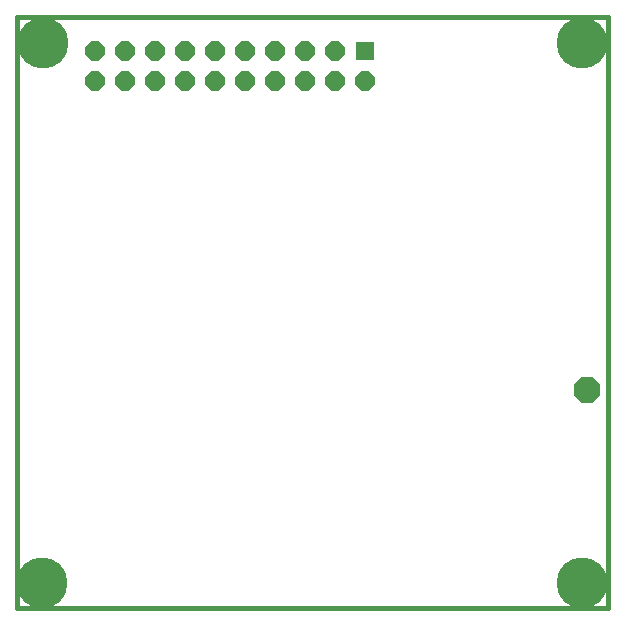
<source format=gbs>
G75*
%MOIN*%
%OFA0B0*%
%FSLAX25Y25*%
%IPPOS*%
%LPD*%
%AMOC8*
5,1,8,0,0,1.08239X$1,22.5*
%
%ADD10C,0.01600*%
%ADD11R,0.06400X0.06400*%
%ADD12OC8,0.06400*%
%ADD13OC8,0.08900*%
%ADD14C,0.16998*%
D10*
X0001800Y0001800D02*
X0198650Y0001800D01*
X0198650Y0198650D01*
X0001800Y0198650D01*
X0001800Y0001800D01*
D11*
X0117863Y0187528D03*
D12*
X0117863Y0177528D03*
X0107863Y0177528D03*
X0097863Y0177528D03*
X0087863Y0177528D03*
X0077863Y0177528D03*
X0067863Y0177528D03*
X0057863Y0177528D03*
X0047863Y0177528D03*
X0037863Y0177528D03*
X0027863Y0177528D03*
X0027863Y0187528D03*
X0037863Y0187528D03*
X0047863Y0187528D03*
X0057863Y0187528D03*
X0067863Y0187528D03*
X0077863Y0187528D03*
X0087863Y0187528D03*
X0097863Y0187528D03*
X0107863Y0187528D03*
D13*
X0191800Y0074300D03*
D14*
X0190116Y0010066D03*
X0010116Y0010066D03*
X0010308Y0190048D03*
X0190116Y0190066D03*
M02*

</source>
